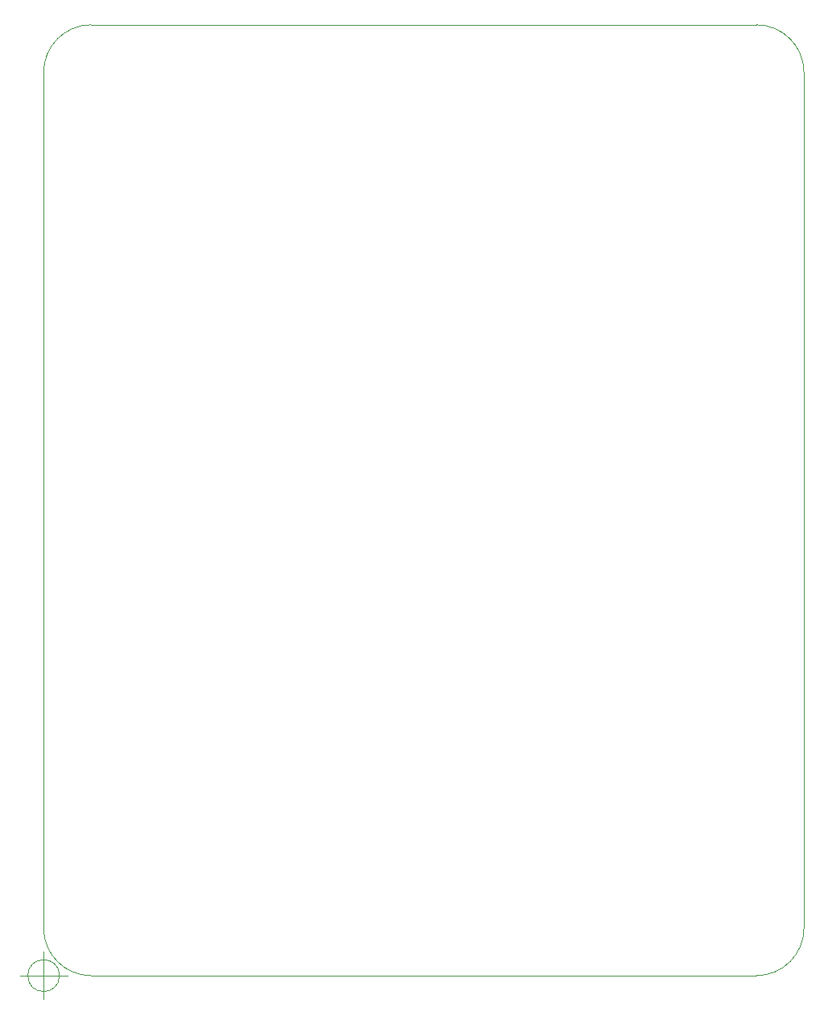
<source format=gm1>
G04 #@! TF.GenerationSoftware,KiCad,Pcbnew,5.1.0*
G04 #@! TF.CreationDate,2019-05-17T18:33:46+02:00*
G04 #@! TF.ProjectId,ice40_breakout,69636534-305f-4627-9265-616b6f75742e,rev?*
G04 #@! TF.SameCoordinates,Original*
G04 #@! TF.FileFunction,Profile,NP*
%FSLAX46Y46*%
G04 Gerber Fmt 4.6, Leading zero omitted, Abs format (unit mm)*
G04 Created by KiCad (PCBNEW 5.1.0) date 2019-05-17 18:33:46*
%MOMM*%
%LPD*%
G04 APERTURE LIST*
%ADD10C,0.050000*%
G04 APERTURE END LIST*
D10*
X180000000Y-135000000D02*
G75*
G02X175000000Y-140000000I-5000000J0D01*
G01*
X105000000Y-140000000D02*
G75*
G02X100000000Y-135000000I0J5000000D01*
G01*
X100000000Y-45000000D02*
G75*
G02X105000000Y-40000000I5000000J0D01*
G01*
X175000000Y-40000000D02*
G75*
G02X180000000Y-45000000I0J-5000000D01*
G01*
X101666666Y-140000000D02*
G75*
G03X101666666Y-140000000I-1666666J0D01*
G01*
X97500000Y-140000000D02*
X102500000Y-140000000D01*
X100000000Y-137500000D02*
X100000000Y-142500000D01*
X100000000Y-135000000D02*
X100000000Y-45000000D01*
X175000000Y-140000000D02*
X105000000Y-140000000D01*
X180000000Y-45000000D02*
X180000000Y-135000000D01*
X105000000Y-40000000D02*
X175000000Y-40000000D01*
M02*

</source>
